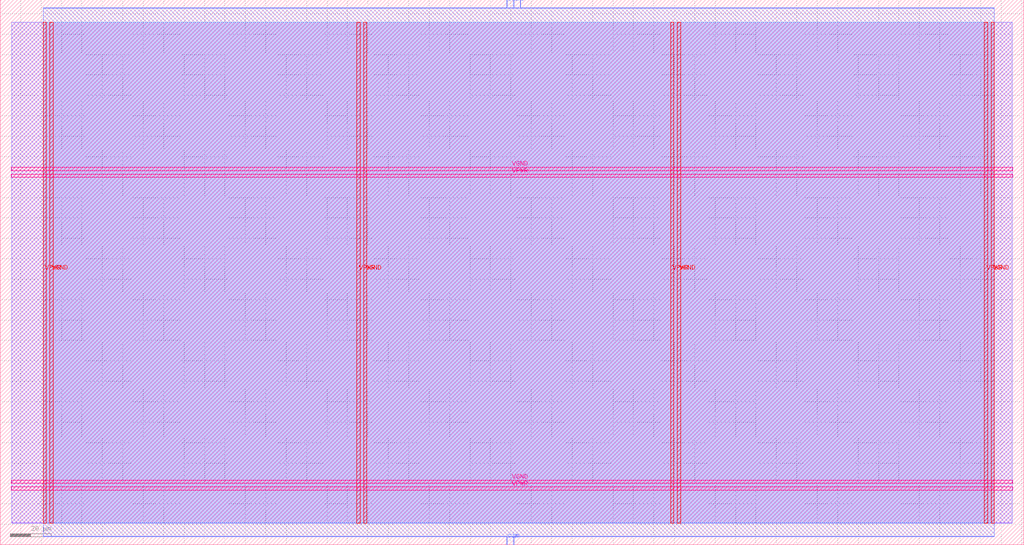
<source format=lef>
VERSION 5.7 ;
  NOWIREEXTENSIONATPIN ON ;
  DIVIDERCHAR "/" ;
  BUSBITCHARS "[]" ;
MACRO fa
  CLASS BLOCK ;
  FOREIGN fa ;
  ORIGIN 0.000 0.000 ;
  SIZE 501.175 BY 266.825 ;
  PIN VGND
    DIRECTION INOUT ;
    USE GROUND ;
    PORT
      LAYER met4 ;
        RECT 24.340 10.640 25.940 255.920 ;
    END
    PORT
      LAYER met4 ;
        RECT 177.940 10.640 179.540 255.920 ;
    END
    PORT
      LAYER met4 ;
        RECT 331.540 10.640 333.140 255.920 ;
    END
    PORT
      LAYER met4 ;
        RECT 485.140 10.640 486.740 255.920 ;
    END
    PORT
      LAYER met5 ;
        RECT 5.280 30.030 495.660 31.630 ;
    END
    PORT
      LAYER met5 ;
        RECT 5.280 183.210 495.660 184.810 ;
    END
  END VGND
  PIN VPWR
    DIRECTION INOUT ;
    USE POWER ;
    PORT
      LAYER met4 ;
        RECT 21.040 10.640 22.640 255.920 ;
    END
    PORT
      LAYER met4 ;
        RECT 174.640 10.640 176.240 255.920 ;
    END
    PORT
      LAYER met4 ;
        RECT 328.240 10.640 329.840 255.920 ;
    END
    PORT
      LAYER met4 ;
        RECT 481.840 10.640 483.440 255.920 ;
    END
    PORT
      LAYER met5 ;
        RECT 5.280 26.730 495.660 28.330 ;
    END
    PORT
      LAYER met5 ;
        RECT 5.280 179.910 495.660 181.510 ;
    END
  END VPWR
  PIN a
    DIRECTION INPUT ;
    USE SIGNAL ;
    ANTENNAGATEAREA 0.213000 ;
    PORT
      LAYER met2 ;
        RECT 251.250 0.000 251.530 4.000 ;
    END
  END a
  PIN b
    DIRECTION INPUT ;
    USE SIGNAL ;
    ANTENNAGATEAREA 0.213000 ;
    PORT
      LAYER met2 ;
        RECT 251.250 262.825 251.530 266.825 ;
    END
  END b
  PIN cin
    DIRECTION INPUT ;
    USE SIGNAL ;
    ANTENNAGATEAREA 0.213000 ;
    PORT
      LAYER met2 ;
        RECT 248.030 0.000 248.310 4.000 ;
    END
  END cin
  PIN cout
    DIRECTION OUTPUT TRISTATE ;
    USE SIGNAL ;
    ANTENNADIFFAREA 0.795200 ;
    PORT
      LAYER met2 ;
        RECT 248.030 262.825 248.310 266.825 ;
    END
  END cout
  PIN s
    DIRECTION OUTPUT TRISTATE ;
    USE SIGNAL ;
    ANTENNADIFFAREA 0.795200 ;
    PORT
      LAYER met2 ;
        RECT 254.470 262.825 254.750 266.825 ;
    END
  END s
  OBS
      LAYER li1 ;
        RECT 5.520 10.795 495.420 255.765 ;
      LAYER met1 ;
        RECT 5.520 10.640 495.420 255.920 ;
      LAYER met2 ;
        RECT 21.070 262.545 247.750 262.825 ;
        RECT 248.590 262.545 250.970 262.825 ;
        RECT 251.810 262.545 254.190 262.825 ;
        RECT 255.030 262.545 486.710 262.825 ;
        RECT 21.070 4.280 486.710 262.545 ;
        RECT 21.070 4.000 247.750 4.280 ;
        RECT 248.590 4.000 250.970 4.280 ;
        RECT 251.810 4.000 486.710 4.280 ;
      LAYER met3 ;
        RECT 21.050 10.715 486.730 255.845 ;
  END
END fa
END LIBRARY


</source>
